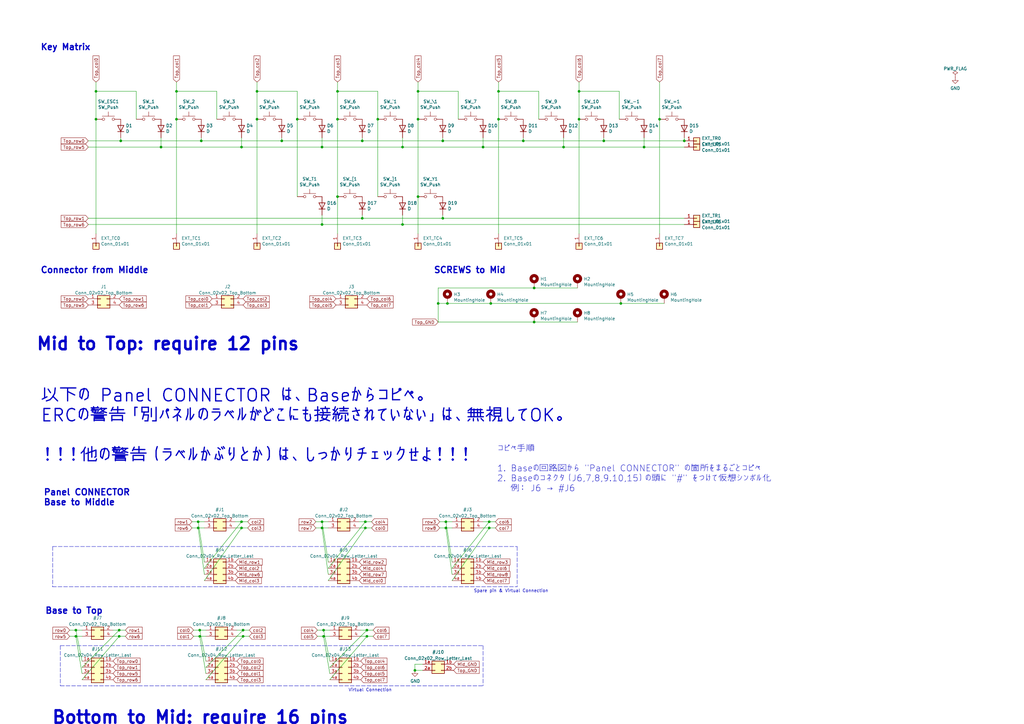
<source format=kicad_sch>
(kicad_sch (version 20211123) (generator eeschema)
  (paper "A3")
  (title_block (title "Sandy") (date "2023-01-04") (rev "v.0") (company "@jpskenn"))
  (lib_symbols
    (symbol "Connector_Generic:Conn_01x01" (pin_names (offset 1.016) hide)
      (property "Reference" "J" (at 0 2.54 0))
      (property "Value" "Conn_01x01" (at 0 -2.54 0))
      (symbol "Conn_01x01_1_1"
        (rectangle (start -1.27 0.127) (end 0 -0.127) (stroke (width 0.1524)))
        (rectangle (start -1.27 1.27) (end 1.27 -1.27) (stroke (width 0.254)) (fill (type background)))
        (pin passive line (at -5.08 0 0) (length 3.81) (name "Pin_1") (number "1"))
      )
    )
    (symbol "Connector_Generic:Conn_02x02_Odd_Even" (pin_names (offset 1.016) hide)
      (property "Reference" "J" (at 1.27 2.54 0))
      (property "Value" "Conn_02x02_Odd_Even" (at 1.27 -5.08 0))
      (symbol "Conn_02x02_Odd_Even_1_1"
        (rectangle (start -1.27 -2.413) (end 0 -2.667) (stroke (width 0.1524)))
        (rectangle (start -1.27 0.127) (end 0 -0.127) (stroke (width 0.1524)))
        (rectangle (start -1.27 1.27) (end 3.81 -3.81) (stroke (width 0.254)) (fill (type background)))
        (rectangle (start 3.81 -2.413) (end 2.54 -2.667) (stroke (width 0.1524)))
        (rectangle (start 3.81 0.127) (end 2.54 -0.127) (stroke (width 0.1524)))
        (pin passive line (at -5.08 0 0) (length 3.81) (name "Pin_1") (number "1"))
        (pin passive line (at 7.62 0 180) (length 3.81) (name "Pin_2") (number "2"))
        (pin passive line (at -5.08 -2.54 0) (length 3.81) (name "Pin_3") (number "3"))
        (pin passive line (at 7.62 -2.54 180) (length 3.81) (name "Pin_4") (number "4"))
      )
    )
    (symbol "Connector_Generic:Conn_02x02_Row_Letter_Last" (pin_names (offset 1.016) hide)
      (property "Reference" "J" (at 1.27 2.54 0))
      (property "Value" "Conn_02x02_Row_Letter_Last" (at 1.27 -5.08 0))
      (symbol "Conn_02x02_Row_Letter_Last_1_1"
        (rectangle (start -1.27 -2.413) (end 0 -2.667) (stroke (width 0.1524)))
        (rectangle (start -1.27 0.127) (end 0 -0.127) (stroke (width 0.1524)))
        (rectangle (start -1.27 1.27) (end 3.81 -3.81) (stroke (width 0.254)) (fill (type background)))
        (rectangle (start 3.81 -2.413) (end 2.54 -2.667) (stroke (width 0.1524)))
        (rectangle (start 3.81 0.127) (end 2.54 -0.127) (stroke (width 0.1524)))
        (pin passive line (at -5.08 0 0) (length 3.81) (name "Pin_1a") (number "1a"))
        (pin passive line (at 7.62 0 180) (length 3.81) (name "Pin_1b") (number "1b"))
        (pin passive line (at -5.08 -2.54 0) (length 3.81) (name "Pin_2a") (number "2a"))
        (pin passive line (at 7.62 -2.54 180) (length 3.81) (name "Pin_2b") (number "2b"))
      )
    )
    (symbol "Connector_Generic:Conn_02x04_Row_Letter_Last" (pin_names (offset 1.016) hide)
      (property "Reference" "J" (at 1.27 5.08 0))
      (property "Value" "Conn_02x04_Row_Letter_Last" (at 1.27 -7.62 0))
      (symbol "Conn_02x04_Row_Letter_Last_1_1"
        (rectangle (start -1.27 -4.953) (end 0 -5.207) (stroke (width 0.1524)))
        (rectangle (start -1.27 -2.413) (end 0 -2.667) (stroke (width 0.1524)))
        (rectangle (start -1.27 0.127) (end 0 -0.127) (stroke (width 0.1524)))
        (rectangle (start -1.27 2.667) (end 0 2.413) (stroke (width 0.1524)))
        (rectangle (start -1.27 3.81) (end 3.81 -6.35) (stroke (width 0.254)) (fill (type background)))
        (rectangle (start 3.81 -4.953) (end 2.54 -5.207) (stroke (width 0.1524)))
        (rectangle (start 3.81 -2.413) (end 2.54 -2.667) (stroke (width 0.1524)))
        (rectangle (start 3.81 0.127) (end 2.54 -0.127) (stroke (width 0.1524)))
        (rectangle (start 3.81 2.667) (end 2.54 2.413) (stroke (width 0.1524)))
        (pin passive line (at -5.08 2.54 0) (length 3.81) (name "Pin_1a") (number "1a"))
        (pin passive line (at 7.62 2.54 180) (length 3.81) (name "Pin_1b") (number "1b"))
        (pin passive line (at -5.08 0 0) (length 3.81) (name "Pin_2a") (number "2a"))
        (pin passive line (at 7.62 0 180) (length 3.81) (name "Pin_2b") (number "2b"))
        (pin passive line (at -5.08 -2.54 0) (length 3.81) (name "Pin_3a") (number "3a"))
        (pin passive line (at 7.62 -2.54 180) (length 3.81) (name "Pin_3b") (number "3b"))
        (pin passive line (at -5.08 -5.08 0) (length 3.81) (name "Pin_4a") (number "4a"))
        (pin passive line (at 7.62 -5.08 180) (length 3.81) (name "Pin_4b") (number "4b"))
      )
    )
    (symbol "Device:D" (pin_numbers hide) (pin_names (offset 1.016) hide)
      (property "Reference" "D" (at 0 2.54 0))
      (property "Value" "D" (at 0 -2.54 0))
      (symbol "D_0_1"
        (polyline (pts (xy -1.27 1.27) (xy -1.27 -1.27)) (stroke (width 0.254)))
        (polyline (pts (xy 1.27 0) (xy -1.27 0)))
        (polyline (pts (xy 1.27 1.27) (xy 1.27 -1.27) (xy -1.27 0) (xy 1.27 1.27)) (stroke (width 0.254)))
      )
      (symbol "D_1_1"
        (pin passive line (at -3.81 0 0) (length 2.54) (name "K") (number "1"))
        (pin passive line (at 3.81 0 180) (length 2.54) (name "A") (number "2"))
      )
    )
    (symbol "Mechanical:MountingHole_Pad" (pin_numbers hide) (pin_names (offset 1.016) hide)
      (property "Reference" "H" (at 0 6.35 0))
      (property "Value" "MountingHole_Pad" (at 0 4.445 0))
      (symbol "MountingHole_Pad_0_1"
        (circle (center 0 1.27) (radius 1.27) (stroke (width 1.27)))
      )
      (symbol "MountingHole_Pad_1_1"
        (pin input line (at 0 -2.54 90) (length 2.54) (name "1") (number "1"))
      )
    )
    (symbol "Switch:SW_Push" (pin_numbers hide) (pin_names (offset 1.016) hide)
      (property "Reference" "SW" (at 1.27 2.54 0))
      (property "Value" "SW_Push" (at 0 -1.524 0))
      (symbol "SW_Push_0_1"
        (circle (center -2.032 0) (radius 0.508))
        (polyline (pts (xy 0 1.27) (xy 0 3.048)))
        (polyline (pts (xy 2.54 1.27) (xy -2.54 1.27)))
        (circle (center 2.032 0) (radius 0.508))
        (pin passive line (at -5.08 0 0) (length 2.54) (name "1") (number "1"))
        (pin passive line (at 5.08 0 180) (length 2.54) (name "2") (number "2"))
      )
    )
    (symbol "power:GND" (power) (pin_names (offset 0))
      (property "Value" "GND" (at 0 -3.81 0))
      (symbol "GND_0_1"
        (polyline (pts (xy 0 0) (xy 0 -1.27) (xy 1.27 -1.27) (xy 0 -2.54) (xy -1.27 -1.27) (xy 0 -1.27)))
      )
      (symbol "GND_1_1"
        (pin power_in line (at 0 0 270) (length 0) hide (name "GND") (number "1"))
      )
    )
    (symbol "power:PWR_FLAG" (power) (pin_numbers hide) (pin_names (offset 0) hide)
      (property "Value" "PWR_FLAG" (at 0 3.81 0))
      (symbol "PWR_FLAG_0_0"
        (pin power_out line (at 0 0 90) (length 0) (name "pwr") (number "1"))
      )
      (symbol "PWR_FLAG_0_1"
        (polyline (pts (xy 0 0) (xy 0 1.27) (xy -1.016 1.905) (xy 0 2.54) (xy 1.016 1.905) (xy 0 1.27)))
      )
    )
  )
  (bus_alias "def-a" (members "row0" "row5" "col0" "col1"))
  (junction (at 148.59 89.535))
  (junction (at 82.55 57.785))
  (junction (at 165.1 92.075))
  (junction (at 81.28 216.535))
  (junction (at 171.45 48.895))
  (junction (at 231.14 60.325))
  (junction (at 99.06 60.325))
  (junction (at 105.41 48.895))
  (junction (at 219.075 118.11))
  (junction (at 31.115 260.985))
  (junction (at 49.53 57.785))
  (junction (at 39.37 37.465))
  (junction (at 31.115 258.445))
  (junction (at 81.915 260.985))
  (junction (at 81.915 258.445))
  (junction (at 214.63 57.785))
  (junction (at 171.45 80.645))
  (junction (at 138.43 37.465))
  (junction (at 254.635 124.46))
  (junction (at 200.66 216.535))
  (junction (at 148.59 57.785))
  (junction (at 165.1 60.325))
  (junction (at 132.08 92.075))
  (junction (at 204.47 37.465))
  (junction (at 181.61 57.785))
  (junction (at 66.04 60.325))
  (junction (at 72.39 48.895))
  (junction (at 204.47 48.895))
  (junction (at 105.41 37.465))
  (junction (at 149.86 216.535))
  (junction (at 219.075 132.08))
  (junction (at 48.895 260.985))
  (junction (at 181.61 89.535))
  (junction (at 138.43 48.895))
  (junction (at 183.515 124.46))
  (junction (at 237.49 48.895))
  (junction (at 154.94 48.895))
  (junction (at 132.08 60.325))
  (junction (at 99.695 258.445))
  (junction (at 150.495 260.985))
  (junction (at 182.88 216.535))
  (junction (at 39.37 48.895))
  (junction (at 170.18 274.955))
  (junction (at 247.65 57.785))
  (junction (at 179.705 124.46))
  (junction (at 149.86 213.995))
  (junction (at 99.06 213.995))
  (junction (at 280.67 57.785))
  (junction (at 201.295 124.46))
  (junction (at 264.16 60.325))
  (junction (at 270.51 48.895))
  (junction (at 198.12 60.325))
  (junction (at 99.695 260.985))
  (junction (at 132.08 213.995))
  (junction (at 237.49 37.465))
  (junction (at 72.39 37.465))
  (junction (at 132.08 216.535))
  (junction (at 171.45 37.465))
  (junction (at 99.06 216.535))
  (junction (at 115.57 57.785))
  (junction (at 132.715 258.445))
  (junction (at 48.895 258.445))
  (junction (at 150.495 258.445))
  (junction (at 81.28 213.995))
  (junction (at 132.715 260.985))
  (junction (at 182.88 213.995))
  (junction (at 138.43 80.645))
  (junction (at 121.92 48.895))
  (junction (at 200.66 213.995))
  (wire (pts (xy 132.08 216.535) (xy 134.62 216.535)))
  (wire (pts (xy 132.08 92.075) (xy 165.1 92.075)))
  (polyline (pts (xy 21.59 224.155) (xy 212.09 224.155)))
  (wire (pts (xy 134.62 233.045) (xy 149.86 213.995)))
  (wire (pts (xy 147.32 216.535) (xy 149.86 216.535)))
  (wire (pts (xy 185.42 233.045) (xy 200.66 213.995)))
  (wire (pts (xy 84.455 276.225) (xy 81.915 260.985)))
  (wire (pts (xy 33.655 278.765) (xy 48.895 260.985)))
  (wire (pts (xy 231.14 56.515) (xy 231.14 60.325)))
  (wire (pts (xy 237.49 37.465) (xy 237.49 48.895)))
  (wire (pts (xy 82.55 57.785) (xy 115.57 57.785)))
  (wire (pts (xy 201.295 124.46) (xy 183.515 124.46)))
  (wire (pts (xy 247.65 56.515) (xy 247.65 57.785)))
  (wire (pts (xy 135.255 271.145) (xy 132.715 258.445)))
  (wire (pts (xy 149.86 213.995) (xy 152.4 213.995)))
  (wire (pts (xy 99.06 213.995) (xy 101.6 213.995)))
  (wire (pts (xy 84.455 271.145) (xy 81.915 258.445)))
  (wire (pts (xy 83.82 230.505) (xy 81.28 213.995)))
  (wire (pts (xy 129.54 216.535) (xy 132.08 216.535)))
  (wire (pts (xy 198.12 56.515) (xy 198.12 60.325)))
  (wire (pts (xy 270.51 33.655) (xy 270.51 48.895)))
  (wire (pts (xy 132.08 60.325) (xy 165.1 60.325)))
  (wire (pts (xy 83.82 233.045) (xy 99.06 213.995)))
  (wire (pts (xy 99.06 56.515) (xy 99.06 60.325)))
  (wire (pts (xy 99.06 60.325) (xy 132.08 60.325)))
  (wire (pts (xy 272.415 124.46) (xy 254.635 124.46)))
  (wire (pts (xy 148.59 89.535) (xy 181.61 89.535)))
  (wire (pts (xy 254.635 124.46) (xy 201.295 124.46)))
  (wire (pts (xy 33.655 273.685) (xy 48.895 258.445)))
  (wire (pts (xy 147.32 213.995) (xy 149.86 213.995)))
  (wire (pts (xy 183.515 124.46) (xy 179.705 124.46)))
  (wire (pts (xy 180.34 216.535) (xy 182.88 216.535)))
  (polyline (pts (xy 198.12 264.795) (xy 198.12 281.305)))
  (wire (pts (xy 149.86 216.535) (xy 152.4 216.535)))
  (wire (pts (xy 171.45 33.655) (xy 171.45 37.465)))
  (wire (pts (xy 132.08 213.995) (xy 134.62 213.995)))
  (wire (pts (xy 254 37.465) (xy 237.49 37.465)))
  (wire (pts (xy 219.075 118.11) (xy 179.705 118.11)))
  (wire (pts (xy 148.59 88.265) (xy 148.59 89.535)))
  (wire (pts (xy 132.715 258.445) (xy 135.255 258.445)))
  (wire (pts (xy 81.28 213.995) (xy 83.82 213.995)))
  (polyline (pts (xy 24.765 281.305) (xy 198.12 281.305)))
  (wire (pts (xy 153.035 260.985) (xy 150.495 260.985)))
  (wire (pts (xy 55.88 37.465) (xy 55.88 48.895)))
  (wire (pts (xy 220.98 37.465) (xy 220.98 48.895)))
  (wire (pts (xy 99.695 260.985) (xy 97.155 260.985)))
  (wire (pts (xy 204.47 37.465) (xy 204.47 48.895)))
  (wire (pts (xy 72.39 33.655) (xy 72.39 37.465)))
  (wire (pts (xy 121.92 37.465) (xy 121.92 48.895)))
  (wire (pts (xy 83.82 235.585) (xy 81.28 216.535)))
  (wire (pts (xy 187.96 37.465) (xy 187.96 48.895)))
  (wire (pts (xy 79.375 260.985) (xy 81.915 260.985)))
  (wire (pts (xy 36.195 89.535) (xy 148.59 89.535)))
  (wire (pts (xy 138.43 48.895) (xy 138.43 80.645)))
  (wire (pts (xy 135.255 276.225) (xy 132.715 260.985)))
  (wire (pts (xy 48.895 260.985) (xy 46.355 260.985)))
  (wire (pts (xy 36.195 60.325) (xy 66.04 60.325)))
  (wire (pts (xy 154.94 37.465) (xy 154.94 48.895)))
  (wire (pts (xy 99.06 216.535) (xy 101.6 216.535)))
  (wire (pts (xy 181.61 88.265) (xy 181.61 89.535)))
  (wire (pts (xy 150.495 260.985) (xy 147.955 260.985)))
  (wire (pts (xy 165.1 92.075) (xy 280.67 92.075)))
  (wire (pts (xy 237.49 33.655) (xy 237.49 37.465)))
  (wire (pts (xy 36.195 92.075) (xy 132.08 92.075)))
  (wire (pts (xy 171.45 80.645) (xy 171.45 95.885)))
  (wire (pts (xy 39.37 37.465) (xy 55.88 37.465)))
  (wire (pts (xy 180.34 213.995) (xy 182.88 213.995)))
  (wire (pts (xy 138.43 33.655) (xy 138.43 37.465)))
  (wire (pts (xy 150.495 258.445) (xy 153.035 258.445)))
  (wire (pts (xy 115.57 56.515) (xy 115.57 57.785)))
  (wire (pts (xy 78.74 216.535) (xy 81.28 216.535)))
  (wire (pts (xy 138.43 37.465) (xy 138.43 48.895)))
  (wire (pts (xy 181.61 89.535) (xy 280.67 89.535)))
  (wire (pts (xy 83.82 238.125) (xy 99.06 216.535)))
  (wire (pts (xy 49.53 57.785) (xy 82.55 57.785)))
  (wire (pts (xy 31.115 260.985) (xy 33.655 260.985)))
  (wire (pts (xy 51.435 260.985) (xy 48.895 260.985)))
  (wire (pts (xy 96.52 213.995) (xy 99.06 213.995)))
  (polyline (pts (xy 21.59 224.155) (xy 21.59 240.665)))
  (wire (pts (xy 134.62 235.585) (xy 132.08 216.535)))
  (wire (pts (xy 121.92 48.895) (xy 121.92 80.645)))
  (wire (pts (xy 72.39 48.895) (xy 72.39 95.885)))
  (wire (pts (xy 129.54 213.995) (xy 132.08 213.995)))
  (wire (pts (xy 66.04 60.325) (xy 99.06 60.325)))
  (wire (pts (xy 135.255 273.685) (xy 150.495 258.445)))
  (wire (pts (xy 187.96 37.465) (xy 171.45 37.465)))
  (wire (pts (xy 72.39 37.465) (xy 72.39 48.895)))
  (wire (pts (xy 132.715 260.985) (xy 135.255 260.985)))
  (wire (pts (xy 46.355 258.445) (xy 48.895 258.445)))
  (wire (pts (xy 28.575 258.445) (xy 31.115 258.445)))
  (wire (pts (xy 254 37.465) (xy 254 48.895)))
  (wire (pts (xy 181.61 57.785) (xy 181.61 56.515)))
  (wire (pts (xy 39.37 48.895) (xy 39.37 95.885)))
  (wire (pts (xy 181.61 57.785) (xy 214.63 57.785)))
  (wire (pts (xy 171.45 48.895) (xy 171.45 80.645)))
  (polyline (pts (xy 21.4807 240.665) (xy 212.09 240.665)))
  (wire (pts (xy 200.66 213.995) (xy 203.2 213.995)))
  (wire (pts (xy 182.88 216.535) (xy 185.42 216.535)))
  (wire (pts (xy 236.855 132.08) (xy 219.075 132.08)))
  (wire (pts (xy 66.04 56.515) (xy 66.04 60.325)))
  (wire (pts (xy 165.1 88.265) (xy 165.1 92.075)))
  (wire (pts (xy 84.455 273.685) (xy 99.695 258.445)))
  (wire (pts (xy 214.63 57.785) (xy 247.65 57.785)))
  (wire (pts (xy 270.51 48.895) (xy 270.51 95.885)))
  (wire (pts (xy 130.175 258.445) (xy 132.715 258.445)))
  (wire (pts (xy 31.115 258.445) (xy 33.655 258.445)))
  (wire (pts (xy 185.42 230.505) (xy 182.88 213.995)))
  (wire (pts (xy 198.12 213.995) (xy 200.66 213.995)))
  (polyline (pts (xy 24.765 264.795) (xy 24.765 281.305)))
  (wire (pts (xy 237.49 48.895) (xy 237.49 95.885)))
  (wire (pts (xy 204.47 33.655) (xy 204.47 37.465)))
  (wire (pts (xy 247.65 57.785) (xy 280.67 57.785)))
  (wire (pts (xy 236.855 118.11) (xy 219.075 118.11)))
  (wire (pts (xy 280.67 56.515) (xy 280.67 57.785)))
  (wire (pts (xy 81.915 258.445) (xy 84.455 258.445)))
  (wire (pts (xy 214.63 56.515) (xy 214.63 57.785)))
  (wire (pts (xy 154.94 48.895) (xy 154.94 80.645)))
  (wire (pts (xy 171.45 37.465) (xy 171.45 48.895)))
  (wire (pts (xy 154.94 37.465) (xy 138.43 37.465)))
  (wire (pts (xy 132.08 56.515) (xy 132.08 60.325)))
  (wire (pts (xy 134.62 230.505) (xy 132.08 213.995)))
  (wire (pts (xy 138.43 80.645) (xy 138.43 95.885)))
  (wire (pts (xy 135.255 278.765) (xy 150.495 260.985)))
  (wire (pts (xy 185.42 238.125) (xy 200.66 216.535)))
  (wire (pts (xy 280.67 60.325) (xy 264.16 60.325)))
  (wire (pts (xy 39.37 33.655) (xy 39.37 37.465)))
  (wire (pts (xy 185.42 235.585) (xy 182.88 216.535)))
  (wire (pts (xy 33.655 271.145) (xy 31.115 258.445)))
  (wire (pts (xy 115.57 57.785) (xy 148.59 57.785)))
  (wire (pts (xy 182.88 213.995) (xy 185.42 213.995)))
  (wire (pts (xy 165.1 56.515) (xy 165.1 60.325)))
  (wire (pts (xy 179.705 124.46) (xy 179.705 132.08)))
  (wire (pts (xy 79.375 258.445) (xy 81.915 258.445)))
  (wire (pts (xy 96.52 216.535) (xy 99.06 216.535)))
  (wire (pts (xy 48.895 258.445) (xy 51.435 258.445)))
  (wire (pts (xy 173.355 272.415) (xy 170.18 272.415)))
  (wire (pts (xy 99.695 258.445) (xy 102.235 258.445)))
  (wire (pts (xy 219.075 132.08) (xy 179.705 132.08)))
  (wire (pts (xy 220.98 37.465) (xy 204.47 37.465)))
  (wire (pts (xy 130.175 260.985) (xy 132.715 260.985)))
  (wire (pts (xy 97.155 258.445) (xy 99.695 258.445)))
  (wire (pts (xy 88.9 37.465) (xy 88.9 48.895)))
  (wire (pts (xy 173.355 274.955) (xy 170.18 274.955)))
  (wire (pts (xy 105.41 37.465) (xy 105.41 48.895)))
  (wire (pts (xy 105.41 33.655) (xy 105.41 37.465)))
  (wire (pts (xy 198.12 60.325) (xy 231.14 60.325)))
  (wire (pts (xy 148.59 57.785) (xy 181.61 57.785)))
  (wire (pts (xy 102.235 260.985) (xy 99.695 260.985)))
  (wire (pts (xy 78.74 213.995) (xy 81.28 213.995)))
  (wire (pts (xy 179.705 118.11) (xy 179.705 124.46)))
  (wire (pts (xy 231.14 60.325) (xy 264.16 60.325)))
  (wire (pts (xy 36.195 57.785) (xy 49.53 57.785)))
  (wire (pts (xy 165.1 60.325) (xy 198.12 60.325)))
  (wire (pts (xy 132.08 88.265) (xy 132.08 92.075)))
  (wire (pts (xy 148.59 56.515) (xy 148.59 57.785)))
  (wire (pts (xy 84.455 278.765) (xy 99.695 260.985)))
  (wire (pts (xy 39.37 37.465) (xy 39.37 48.895)))
  (wire (pts (xy 134.62 238.125) (xy 149.86 216.535)))
  (wire (pts (xy 82.55 56.515) (xy 82.55 57.785)))
  (polyline (pts (xy 212.09 224.155) (xy 212.09 240.665)))
  (wire (pts (xy 170.18 272.415) (xy 170.18 274.955)))
  (wire (pts (xy 105.41 48.895) (xy 105.41 95.885)))
  (wire (pts (xy 121.92 37.465) (xy 105.41 37.465)))
  (wire (pts (xy 33.655 276.225) (xy 31.115 260.985)))
  (wire (pts (xy 264.16 56.515) (xy 264.16 60.325)))
  (wire (pts (xy 28.575 260.985) (xy 31.115 260.985)))
  (wire (pts (xy 204.47 48.895) (xy 204.47 95.885)))
  (wire (pts (xy 49.53 56.515) (xy 49.53 57.785)))
  (wire (pts (xy 198.12 216.535) (xy 200.66 216.535)))
  (wire (pts (xy 147.955 258.445) (xy 150.495 258.445)))
  (wire (pts (xy 88.9 37.465) (xy 72.39 37.465)))
  (wire (pts (xy 200.66 216.535) (xy 203.2 216.535)))
  (polyline (pts (xy 24.765 264.795) (xy 198.12 264.795)))
  (wire (pts (xy 81.28 216.535) (xy 83.82 216.535)))
  (wire (pts (xy 81.915 260.985) (xy 84.455 260.985)))
  (text "Mid to Top: require 12 pins" (at 14.605 144.145 0) (effects (font (size 5.08 5.08) (thickness 1.016) bold) (justify left bottom)))
  (text "Connector from Middle" (at 16.51 112.395 0) (effects (font (size 2.54 2.54) (thickness 0.508) bold) (justify left bottom)))
  (text "Virtual Connection" (at 142.875 283.845 0) (effects (font (size 1.27 1.27)) (justify left bottom)))
  (text "Spare pin & Virtual Connection" (at 194.31 243.205 0) (effects (font (size 1.27 1.27)) (justify left bottom)))
  (text "SCREWS to Mid" (at 177.8 112.395 0) (effects (font (size 2.54 2.54) (thickness 0.508) bold) (justify left bottom)))
  (text "Bottom to Mid: require 16 pins\n\nMid to Top: require 12 pins" (at 20.955 313.69 0) (effects (font (size 5.08 5.08) (thickness 1.016) bold) (justify left bottom)))
  (text "Panel CONNECTOR\nBase to Middle" (at 17.78 207.645 0) (effects (font (size 2.54 2.54) (thickness 0.508) bold) (justify left bottom)))
  (text "以下の Panel CONNECTOR は、Baseからコピペ。\nERCの警告「別パネルのラベルがどこにも接続されていない」は、無視してOK。\n\n！！！他の警告（ラベルかぶりとか）は、しっかりチェックせよ！！！" (at 16.51 189.865 0) (effects (font (size 5.08 5.08) (thickness 0.508) bold) (justify left bottom)))
  (text "Base to Top" (at 18.415 252.095 0) (effects (font (size 2.54 2.54) (thickness 0.508) bold) (justify left bottom)))
  (text "コピペ手順\n\n1. Baseの回路図から \"Panel CONNECTOR\" の箇所をまるごとコピペ\n2. Baseのコネクタ（J6,7,8,9.10,15）の頭に \"#\" をつけて仮想シンボル化\n　　例： J6 → #J6" (at 203.835 201.93 0) (effects (font (size 2.54 2.54)) (justify left bottom)))
  (text "Key Matrix" (at 16.51 20.955 0) (effects (font (size 2.54 2.54) (thickness 0.508) bold) (justify left bottom)))
  (global_label "col2" (shape input) (at 101.6 213.995 0) (property "シート間のリファレンス" "${INTERSHEET_REFS}" (effects hide)))
  (global_label "Top_col3" (shape input) (at 99.695 125.095 0) (property "シート間のリファレンス" "${INTERSHEET_REFS}" (effects hide)))
  (global_label "Mid_row3" (shape input) (at 198.12 230.505 0) (property "シート間のリファレンス" "${INTERSHEET_REFS}" (effects hide)))
  (global_label "Mid_row6" (shape input) (at 96.52 235.585 0) (property "シート間のリファレンス" "${INTERSHEET_REFS}" (effects hide)))
  (global_label "Mid_col0" (shape input) (at 147.32 238.125 0) (property "シート間のリファレンス" "${INTERSHEET_REFS}" (effects hide)))
  (global_label "Top_col5" (shape input) (at 137.795 125.095 180) (property "シート間のリファレンス" "${INTERSHEET_REFS}" (effects hide)))
  (global_label "Mid_col4" (shape input) (at 147.32 233.045 0) (property "シート間のリファレンス" "${INTERSHEET_REFS}" (effects hide)))
  (global_label "col0" (shape input) (at 152.4 216.535 0) (property "シート間のリファレンス" "${INTERSHEET_REFS}" (effects hide)))
  (global_label "Top_row5" (shape input) (at 36.195 60.325 180) (property "シート間のリファレンス" "${INTERSHEET_REFS}" (effects hide)))
  (global_label "col7" (shape input) (at 203.2 216.535 0) (property "シート間のリファレンス" "${INTERSHEET_REFS}" (effects hide)))
  (global_label "Top_col2" (shape input) (at 99.695 122.555 0) (property "シート間のリファレンス" "${INTERSHEET_REFS}" (effects hide)))
  (global_label "Top_col0" (shape input) (at 86.995 122.555 180) (property "シート間のリファレンス" "${INTERSHEET_REFS}" (effects hide)))
  (global_label "Mid_col3" (shape input) (at 96.52 238.125 0) (property "シート間のリファレンス" "${INTERSHEET_REFS}" (effects hide)))
  (global_label "Top_row0" (shape input) (at 46.355 271.145 0) (property "シート間のリファレンス" "${INTERSHEET_REFS}" (effects hide)))
  (global_label "Mid_GND" (shape input) (at 186.055 272.415 0) (property "シート間のリファレンス" "${INTERSHEET_REFS}" (effects hide)))
  (global_label "col2" (shape input) (at 102.235 258.445 0) (property "シート間のリファレンス" "${INTERSHEET_REFS}" (effects hide)))
  (global_label "Top_col7" (shape input) (at 150.495 125.095 0) (property "シート間のリファレンス" "${INTERSHEET_REFS}" (effects hide)))
  (global_label "row1" (shape input) (at 78.74 213.995 180) (property "シート間のリファレンス" "${INTERSHEET_REFS}" (effects hide)))
  (global_label "Top_row6" (shape input) (at 48.895 125.095 0) (property "シート間のリファレンス" "${INTERSHEET_REFS}" (effects hide)))
  (global_label "row0" (shape input) (at 28.575 258.445 180) (property "シート間のリファレンス" "${INTERSHEET_REFS}" (effects hide)))
  (global_label "Top_col3" (shape input) (at 97.155 278.765 0) (property "シート間のリファレンス" "${INTERSHEET_REFS}" (effects hide)))
  (global_label "Top_col4" (shape input) (at 171.45 33.655 90) (property "シート間のリファレンス" "${INTERSHEET_REFS}" (effects hide)))
  (global_label "Top_row1" (shape input) (at 48.895 122.555 0) (property "シート間のリファレンス" "${INTERSHEET_REFS}" (effects hide)))
  (global_label "Top_col1" (shape input) (at 86.995 125.095 180) (property "シート間のリファレンス" "${INTERSHEET_REFS}" (effects hide)))
  (global_label "Mid_row2" (shape input) (at 147.32 230.505 0) (property "シート間のリファレンス" "${INTERSHEET_REFS}" (effects hide)))
  (global_label "Mid_row8" (shape input) (at 198.12 235.585 0) (property "シート間のリファレンス" "${INTERSHEET_REFS}" (effects hide)))
  (global_label "col4" (shape input) (at 130.175 258.445 180) (property "シート間のリファレンス" "${INTERSHEET_REFS}" (effects hide)))
  (global_label "Top_col1" (shape input) (at 72.39 33.655 90) (property "シート間のリファレンス" "${INTERSHEET_REFS}" (effects hide)))
  (global_label "Mid_col2" (shape input) (at 96.52 233.045 0) (property "シート間のリファレンス" "${INTERSHEET_REFS}" (effects hide)))
  (global_label "row5" (shape input) (at 28.575 260.985 180) (property "シート間のリファレンス" "${INTERSHEET_REFS}" (effects hide)))
  (global_label "Top_col0" (shape input) (at 39.37 33.655 90) (property "シート間のリファレンス" "${INTERSHEET_REFS}" (effects hide)))
  (global_label "Top_row0" (shape input) (at 36.195 57.785 180) (property "シート間のリファレンス" "${INTERSHEET_REFS}" (effects hide)))
  (global_label "col4" (shape input) (at 152.4 213.995 0) (property "シート間のリファレンス" "${INTERSHEET_REFS}" (effects hide)))
  (global_label "Top_col2" (shape input) (at 105.41 33.655 90) (property "シート間のリファレンス" "${INTERSHEET_REFS}" (effects hide)))
  (global_label "Top_col2" (shape input) (at 97.155 273.685 0) (property "シート間のリファレンス" "${INTERSHEET_REFS}" (effects hide)))
  (global_label "Mid_row7" (shape input) (at 147.32 235.585 0) (property "シート間のリファレンス" "${INTERSHEET_REFS}" (effects hide)))
  (global_label "col3" (shape input) (at 102.235 260.985 0) (property "シート間のリファレンス" "${INTERSHEET_REFS}" (effects hide)))
  (global_label "Top_col4" (shape input) (at 147.955 271.145 0) (property "シート間のリファレンス" "${INTERSHEET_REFS}" (effects hide)))
  (global_label "Top_col7" (shape input) (at 270.51 33.655 90) (property "シート間のリファレンス" "${INTERSHEET_REFS}" (effects hide)))
  (global_label "row8" (shape input) (at 180.34 216.535 180) (property "シート間のリファレンス" "${INTERSHEET_REFS}" (effects hide)))
  (global_label "Top_row0" (shape input) (at 36.195 122.555 180) (property "シート間のリファレンス" "${INTERSHEET_REFS}" (effects hide)))
  (global_label "Top_col6" (shape input) (at 237.49 33.655 90) (property "シート間のリファレンス" "${INTERSHEET_REFS}" (effects hide)))
  (global_label "Top_row6" (shape input) (at 36.195 92.075 180) (property "シート間のリファレンス" "${INTERSHEET_REFS}" (effects hide)))
  (global_label "Top_col5" (shape input) (at 147.955 276.225 0) (property "シート間のリファレンス" "${INTERSHEET_REFS}" (effects hide)))
  (global_label "col7" (shape input) (at 153.035 260.985 0) (property "シート間のリファレンス" "${INTERSHEET_REFS}" (effects hide)))
  (global_label "col0" (shape input) (at 79.375 258.445 180) (property "シート間のリファレンス" "${INTERSHEET_REFS}" (effects hide)))
  (global_label "Top_row5" (shape input) (at 36.195 125.095 180) (property "シート間のリファレンス" "${INTERSHEET_REFS}" (effects hide)))
  (global_label "Top_col5" (shape input) (at 204.47 33.655 90) (property "シート間のリファレンス" "${INTERSHEET_REFS}" (effects hide)))
  (global_label "Top_col6" (shape input) (at 147.955 273.685 0) (property "シート間のリファレンス" "${INTERSHEET_REFS}" (effects hide)))
  (global_label "Top_row1" (shape input) (at 46.355 273.685 0) (property "シート間のリファレンス" "${INTERSHEET_REFS}" (effects hide)))
  (global_label "col3" (shape input) (at 101.6 216.535 0) (property "シート間のリファレンス" "${INTERSHEET_REFS}" (effects hide)))
  (global_label "row6" (shape input) (at 51.435 260.985 0) (property "シート間のリファレンス" "${INTERSHEET_REFS}" (effects hide)))
  (global_label "col1" (shape input) (at 79.375 260.985 180) (property "シート間のリファレンス" "${INTERSHEET_REFS}" (effects hide)))
  (global_label "row2" (shape input) (at 129.54 213.995 180) (property "シート間のリファレンス" "${INTERSHEET_REFS}" (effects hide)))
  (global_label "Mid_row1" (shape input) (at 96.52 230.505 0) (property "シート間のリファレンス" "${INTERSHEET_REFS}" (effects hide)))
  (global_label "Top_col1" (shape input) (at 97.155 276.225 0) (property "シート間のリファレンス" "${INTERSHEET_REFS}" (effects hide)))
  (global_label "row3" (shape input) (at 180.34 213.995 180) (property "シート間のリファレンス" "${INTERSHEET_REFS}" (effects hide)))
  (global_label "Top_col6" (shape input) (at 150.495 122.555 0) (property "シート間のリファレンス" "${INTERSHEET_REFS}" (effects hide)))
  (global_label "Top_col7" (shape input) (at 147.955 278.765 0) (property "シート間のリファレンス" "${INTERSHEET_REFS}" (effects hide)))
  (global_label "row7" (shape input) (at 129.54 216.535 180) (property "シート間のリファレンス" "${INTERSHEET_REFS}" (effects hide)))
  (global_label "Mid_col6" (shape input) (at 198.12 233.045 0) (property "シート間のリファレンス" "${INTERSHEET_REFS}" (effects hide)))
  (global_label "col6" (shape input) (at 203.2 213.995 0) (property "シート間のリファレンス" "${INTERSHEET_REFS}" (effects hide)))
  (global_label "Top_row5" (shape input) (at 46.355 276.225 0) (property "シート間のリファレンス" "${INTERSHEET_REFS}" (effects hide)))
  (global_label "row6" (shape input) (at 78.74 216.535 180) (property "シート間のリファレンス" "${INTERSHEET_REFS}" (effects hide)))
  (global_label "col5" (shape input) (at 130.175 260.985 180) (property "シート間のリファレンス" "${INTERSHEET_REFS}" (effects hide)))
  (global_label "Top_row1" (shape input) (at 36.195 89.535 180) (property "シート間のリファレンス" "${INTERSHEET_REFS}" (effects hide)))
  (global_label "row1" (shape input) (at 51.435 258.445 0) (property "シート間のリファレンス" "${INTERSHEET_REFS}" (effects hide)))
  (global_label "Top_col4" (shape input) (at 137.795 122.555 180) (property "シート間のリファレンス" "${INTERSHEET_REFS}" (effects hide)))
  (global_label "col6" (shape input) (at 153.035 258.445 0) (property "シート間のリファレンス" "${INTERSHEET_REFS}" (effects hide)))
  (global_label "Top_GND" (shape input) (at 186.055 274.955 0) (property "シート間のリファレンス" "${INTERSHEET_REFS}" (effects hide)))
  (global_label "Top_col0" (shape input) (at 97.155 271.145 0) (property "シート間のリファレンス" "${INTERSHEET_REFS}" (effects hide)))
  (global_label "Top_row6" (shape input) (at 46.355 278.765 0) (property "シート間のリファレンス" "${INTERSHEET_REFS}" (effects hide)))
  (global_label "Top_GND" (shape input) (at 179.705 132.08 180) (property "シート間のリファレンス" "${INTERSHEET_REFS}" (effects hide)))
  (global_label "Top_col3" (shape input) (at 138.43 33.655 90) (property "シート間のリファレンス" "${INTERSHEET_REFS}" (effects hide)))
  (global_label "Mid_col7" (shape input) (at 198.12 238.125 0) (property "シート間のリファレンス" "${INTERSHEET_REFS}" (effects hide)))
  (symbol (lib_id "Mechanical:MountingHole_Pad") (at 254.635 121.92 0) (unit 1)
    (property "Reference" "H5" (at 257.175 120.7516 0) (effects (justify left)))
    (property "Value" "MountingHole" (at 257.175 123.063 0) (effects (justify left)))
    (property "Footprint" "locallib:MountingHole_2.2mm_M2_Pad_minimal" (effects hide))
  )
  (symbol (lib_id "Connector_Generic:Conn_02x02_Odd_Even") (at 139.7 213.995 0) (unit 1)
    (property "Reference" "#J2" (at 140.97 209.0252 0))
    (property "Value" "Conn_02x02_Top_Bottom" (at 140.97 211.5621 0))
    (property "Footprint" "locallib:JST_SH_SM04B-SRSS-TB_1x04-1MP_P1.00mm_Horizontal_wCable_housing_spare_pin" (effects hide))
  )
  (symbol (lib_id "Switch:SW_Push") (at 44.45 48.895 0) (unit 1)
    (property "Reference" "SW_ESC1" (at 44.45 41.656 0))
    (property "Value" "SW_Push" (at 44.45 43.9674 0))
    (property "Footprint" "MX_Alps_Hybrid:MXOnly-1U-NoLED" (effects hide))
  )
  (symbol (lib_id "Connector_Generic:Conn_01x01") (at 171.45 100.965 270) (unit 1)
    (property "Reference" "EXT_TC4" (at 173.482 97.7138 90) (effects (justify left)))
    (property "Value" "Conn_01x01" (at 173.482 100.0252 90) (effects (justify left)))
    (property "Footprint" "TestPoint:TestPoint_THTPad_D2.0mm_Drill1.0mm" (effects hide))
  )
  (symbol (lib_id "Connector_Generic:Conn_02x02_Row_Letter_Last") (at 178.435 272.415 0) (unit 1)
    (property "Reference" "#J10" (at 179.705 267.4452 0))
    (property "Value" "Conn_02x02_Row_Letter_Last" (at 179.705 269.9821 0))
  )
  (symbol (lib_id "Connector_Generic:Conn_02x02_Odd_Even") (at 190.5 213.995 0) (unit 1)
    (property "Reference" "#J3" (at 191.77 209.0252 0))
    (property "Value" "Conn_02x02_Top_Bottom" (at 191.77 211.5621 0))
    (property "Footprint" "locallib:JST_SH_SM04B-SRSS-TB_1x04-1MP_P1.00mm_Horizontal_wCable_housing_spare_pin" (effects hide))
  )
  (symbol (lib_id "Device:D") (at 165.1 52.705 90) (unit 1)
    (property "Reference" "D8" (at 167.132 51.5366 90) (effects (justify right)))
    (property "Value" "D" (at 167.132 53.848 90) (effects (justify right)))
    (property "Footprint" "locallib:D_SOD-123_Emphasized_Direction_Line" (effects hide))
    (property "LCSC" "C81598" (effects hide))
  )
  (symbol (lib_id "Connector_Generic:Conn_02x04_Row_Letter_Last") (at 190.5 233.045 0) (unit 1)
    (property "Reference" "#J6" (at 191.77 225.5352 0))
    (property "Value" "Conn_02x04_Row_Letter_Last" (at 191.77 228.0721 0))
  )
  (symbol (lib_id "Mechanical:MountingHole_Pad") (at 236.855 115.57 0) (unit 1)
    (property "Reference" "H2" (at 239.395 114.4016 0) (effects (justify left)))
    (property "Value" "MountingHole" (at 239.395 116.713 0) (effects (justify left)))
    (property "Footprint" "locallib:MountingHole_2.2mm_M2_Pad_minimal" (effects hide))
  )
  (symbol (lib_id "Device:D") (at 148.59 84.455 90) (unit 1)
    (property "Reference" "D17" (at 150.622 83.2866 90) (effects (justify right)))
    (property "Value" "D" (at 150.622 85.598 90) (effects (justify right)))
    (property "Footprint" "locallib:D_SOD-123_Emphasized_Direction_Line" (effects hide))
    (property "LCSC" "C81598" (effects hide))
  )
  (symbol (lib_id "Switch:SW_Push") (at 193.04 48.895 0) (unit 1)
    (property "Reference" "SW_7" (at 193.04 41.656 0))
    (property "Value" "SW_Push" (at 193.04 43.9674 0))
    (property "Footprint" "MX_Alps_Hybrid:MXOnly-1U-NoLED" (effects hide))
  )
  (symbol (lib_id "Mechanical:MountingHole_Pad") (at 183.515 121.92 0) (unit 1)
    (property "Reference" "H3" (at 186.055 120.7516 0) (effects (justify left)))
    (property "Value" "MountingHole" (at 186.055 123.063 0) (effects (justify left)))
    (property "Footprint" "locallib:MountingHole_2.2mm_M2_Pad_minimal" (effects hide))
  )
  (symbol (lib_id "Connector_Generic:Conn_02x04_Row_Letter_Last") (at 139.7 233.045 0) (unit 1)
    (property "Reference" "#J5" (at 140.97 225.5352 0))
    (property "Value" "Conn_02x04_Row_Letter_Last" (at 140.97 228.0721 0))
  )
  (symbol (lib_id "Switch:SW_Push") (at 77.47 48.895 0) (unit 1)
    (property "Reference" "SW_2" (at 77.47 41.656 0))
    (property "Value" "SW_Push" (at 77.47 43.9674 0))
    (property "Footprint" "MX_Alps_Hybrid:MXOnly-1U-NoLED" (effects hide))
  )
  (symbol (lib_id "power:GND") (at 391.795 31.75 0) (unit 1)
    (property "Reference" "#PWR01" (effects hide))
    (property "Value" "GND" (at 391.795 36.1934 0))
  )
  (symbol (lib_id "Device:D") (at 132.08 52.705 90) (unit 1)
    (property "Reference" "D6" (at 134.112 51.5366 90) (effects (justify right)))
    (property "Value" "D" (at 134.112 53.848 90) (effects (justify right)))
    (property "Footprint" "locallib:D_SOD-123_Emphasized_Direction_Line" (effects hide))
    (property "LCSC" "C81598" (effects hide))
  )
  (symbol (lib_id "Switch:SW_Push") (at 143.51 48.895 0) (unit 1)
    (property "Reference" "SW_6" (at 143.51 41.656 0))
    (property "Value" "SW_Push" (at 143.51 43.9674 0))
    (property "Footprint" "MX_Alps_Hybrid:MXOnly-1U-NoLED" (effects hide))
  )
  (symbol (lib_id "Connector_Generic:Conn_01x01") (at 237.49 100.965 270) (unit 1)
    (property "Reference" "EXT_TC6" (at 239.522 97.7138 90) (effects (justify left)))
    (property "Value" "Conn_01x01" (at 239.522 100.0252 90) (effects (justify left)))
    (property "Footprint" "TestPoint:TestPoint_THTPad_D2.0mm_Drill1.0mm" (effects hide))
  )
  (symbol (lib_id "Connector_Generic:Conn_01x01") (at 39.37 100.965 270) (unit 1)
    (property "Reference" "EXT_TC0" (at 41.402 97.7138 90) (effects (justify left)))
    (property "Value" "Conn_01x01" (at 41.402 100.0252 90) (effects (justify left)))
    (property "Footprint" "TestPoint:TestPoint_THTPad_D2.0mm_Drill1.0mm" (effects hide))
  )
  (symbol (lib_id "Connector_Generic:Conn_01x01") (at 270.51 100.965 270) (unit 1)
    (property "Reference" "EXT_TC7" (at 272.542 97.7138 90) (effects (justify left)))
    (property "Value" "Conn_01x01" (at 272.542 100.0252 90) (effects (justify left)))
    (property "Footprint" "TestPoint:TestPoint_THTPad_D2.0mm_Drill1.0mm" (effects hide))
  )
  (symbol (lib_id "Switch:SW_Push") (at 127 80.645 0) (unit 1)
    (property "Reference" "SW_T1" (at 127 73.406 0))
    (property "Value" "SW_Push" (at 127 75.7174 0))
    (property "Footprint" "MX_Alps_Hybrid:MXOnly-1U-NoLED" (effects hide))
  )
  (symbol (lib_id "power:GND") (at 170.18 274.955 0) (unit 1)
    (property "Reference" "#PWR034" (effects hide))
    (property "Value" "GND" (at 170.307 279.3492 0))
  )
  (symbol (lib_id "power:PWR_FLAG") (at 391.795 31.75 0) (unit 1)
    (property "Reference" "#FLG01" (effects hide))
    (property "Value" "PWR_FLAG" (at 391.795 28.1742 0))
  )
  (symbol (lib_id "Switch:SW_Push") (at 160.02 48.895 0) (unit 1)
    (property "Reference" "SW_`1" (at 160.02 41.656 0))
    (property "Value" "SW_Push" (at 160.02 43.9674 0))
    (property "Footprint" "MX_Alps_Hybrid:MXOnly-1U-NoLED" (effects hide))
  )
  (symbol (lib_id "Device:D") (at 66.04 52.705 90) (unit 1)
    (property "Reference" "D2" (at 68.072 51.5366 90) (effects (justify right)))
    (property "Value" "D" (at 68.072 53.848 90) (effects (justify right)))
    (property "Footprint" "locallib:D_SOD-123_Emphasized_Direction_Line" (effects hide))
    (property "LCSC" "C81598" (effects hide))
  )
  (symbol (lib_id "Switch:SW_Push") (at 259.08 48.895 0) (unit 1)
    (property "Reference" "SW_-1" (at 259.08 41.656 0))
    (property "Value" "SW_Push" (at 259.08 43.9674 0))
    (property "Footprint" "MX_Alps_Hybrid:MXOnly-1U-NoLED" (effects hide))
  )
  (symbol (lib_id "Switch:SW_Push") (at 209.55 48.895 0) (unit 1)
    (property "Reference" "SW_8" (at 209.55 41.656 0))
    (property "Value" "SW_Push" (at 209.55 43.9674 0))
    (property "Footprint" "MX_Alps_Hybrid:MXOnly-1U-NoLED" (effects hide))
  )
  (symbol (lib_id "Switch:SW_Push") (at 60.96 48.895 0) (unit 1)
    (property "Reference" "SW_1" (at 60.96 41.656 0))
    (property "Value" "SW_Push" (at 60.96 43.9674 0))
    (property "Footprint" "MX_Alps_Hybrid:MXOnly-1U-NoLED" (effects hide))
  )
  (symbol (lib_id "Connector_Generic:Conn_02x04_Row_Letter_Last") (at 140.335 273.685 0) (unit 1)
    (property "Reference" "#J13" (at 141.605 266.1752 0))
    (property "Value" "Conn_02x04_Row_Letter_Last" (at 141.605 268.7121 0))
  )
  (symbol (lib_id "Switch:SW_Push") (at 127 48.895 0) (unit 1)
    (property "Reference" "SW_5" (at 127 41.656 0))
    (property "Value" "SW_Push" (at 127 43.9674 0))
    (property "Footprint" "MX_Alps_Hybrid:MXOnly-1U-NoLED" (effects hide))
  )
  (symbol (lib_id "Connector_Generic:Conn_02x02_Odd_Even") (at 92.075 122.555 0) (unit 1)
    (property "Reference" "J2" (at 93.345 117.5852 0))
    (property "Value" "Conn_02x02_Top_Bottom" (at 93.345 120.1221 0))
    (property "Footprint" "locallib:JST_SH_SM04B-SRSS-TB_1x04-1MP_P1.00mm_Horizontal_wCable_housing_spare_pin" (effects hide))
  )
  (symbol (lib_id "Switch:SW_Push") (at 226.06 48.895 0) (unit 1)
    (property "Reference" "SW_9" (at 226.06 41.656 0))
    (property "Value" "SW_Push" (at 226.06 43.9674 0))
    (property "Footprint" "MX_Alps_Hybrid:MXOnly-1U-NoLED" (effects hide))
  )
  (symbol (lib_id "Mechanical:MountingHole_Pad") (at 219.075 115.57 0) (unit 1)
    (property "Reference" "H1" (at 221.615 114.4016 0) (effects (justify left)))
    (property "Value" "MountingHole" (at 221.615 116.713 0) (effects (justify left)))
    (property "Footprint" "locallib:MountingHole_2.2mm_M2_Pad_minimal" (effects hide))
  )
  (symbol (lib_id "Device:D") (at 214.63 52.705 90) (unit 1)
    (property "Reference" "D11" (at 216.662 51.5366 90) (effects (justify right)))
    (property "Value" "D" (at 216.662 53.848 90) (effects (justify right)))
    (property "Footprint" "locallib:D_SOD-123_Emphasized_Direction_Line" (effects hide))
    (property "LCSC" "C81598" (effects hide))
  )
  (symbol (lib_id "Connector_Generic:Conn_01x01") (at 285.75 57.785 0) (unit 1)
    (property "Reference" "EXT_TR0" (at 287.782 56.7182 0) (effects (justify left)))
    (property "Value" "Conn_01x01" (at 287.782 59.0296 0) (effects (justify left)))
    (property "Footprint" "TestPoint:TestPoint_THTPad_D2.0mm_Drill1.0mm" (effects hide))
  )
  (symbol (lib_id "Connector_Generic:Conn_02x04_Row_Letter_Last") (at 38.735 273.685 0) (unit 1)
    (property "Reference" "#J11" (at 40.005 266.1752 0))
    (property "Value" "Conn_02x04_Row_Letter_Last" (at 40.005 268.7121 0))
  )
  (symbol (lib_id "Connector_Generic:Conn_02x04_Row_Letter_Last") (at 88.9 233.045 0) (unit 1)
    (property "Reference" "#J4" (at 90.17 225.5352 0))
    (property "Value" "Conn_02x04_Row_Letter_Last" (at 90.17 228.0721 0))
  )
  (symbol (lib_id "Connector_Generic:Conn_01x01") (at 285.75 60.325 0) (unit 1)
    (property "Reference" "EXT_TR5" (at 287.782 59.2582 0) (effects (justify left)))
    (property "Value" "Conn_01x01" (at 287.782 61.5696 0) (effects (justify left)))
    (property "Footprint" "TestPoint:TestPoint_THTPad_D2.0mm_Drill1.0mm" (effects hide))
  )
  (symbol (lib_id "Switch:SW_Push") (at 176.53 80.645 0) (unit 1)
    (property "Reference" "SW_Y1" (at 176.53 73.406 0))
    (property "Value" "SW_Push" (at 176.53 75.7174 0))
    (property "Footprint" "MX_Alps_Hybrid:MXOnly-1U-NoLED" (effects hide))
  )
  (symbol (lib_id "Device:D") (at 181.61 52.705 90) (unit 1)
    (property "Reference" "D9" (at 183.642 51.5366 90) (effects (justify right)))
    (property "Value" "D" (at 183.642 53.848 90) (effects (justify right)))
    (property "Footprint" "locallib:D_SOD-123_Emphasized_Direction_Line" (effects hide))
    (property "LCSC" "C81598" (effects hide))
  )
  (symbol (lib_id "Device:D") (at 198.12 52.705 90) (unit 1)
    (property "Reference" "D10" (at 200.152 51.5366 90) (effects (justify right)))
    (property "Value" "D" (at 200.152 53.848 90) (effects (justify right)))
    (property "Footprint" "locallib:D_SOD-123_Emphasized_Direction_Line" (effects hide))
    (property "LCSC" "C81598" (effects hide))
  )
  (symbol (lib_id "Device:D") (at 247.65 52.705 90) (unit 1)
    (property "Reference" "D13" (at 249.682 51.5366 90) (effects (justify right)))
    (property "Value" "D" (at 249.682 53.848 90) (effects (justify right)))
    (property "Footprint" "locallib:D_SOD-123_Emphasized_Direction_Line" (effects hide))
    (property "LCSC" "C81598" (effects hide))
  )
  (symbol (lib_id "Connector_Generic:Conn_02x02_Odd_Even") (at 41.275 122.555 0) (unit 1)
    (property "Reference" "J1" (at 42.545 117.5852 0))
    (property "Value" "Conn_02x02_Top_Bottom" (at 42.545 120.1221 0))
    (property "Footprint" "locallib:JST_SH_SM04B-SRSS-TB_1x04-1MP_P1.00mm_Horizontal_wCable_housing_spare_pin" (effects hide))
  )
  (symbol (lib_id "Device:D") (at 99.06 52.705 90) (unit 1)
    (property "Reference" "D4" (at 101.092 51.5366 90) (effects (justify right)))
    (property "Value" "D" (at 101.092 53.848 90) (effects (justify right)))
    (property "Footprint" "locallib:D_SOD-123_Emphasized_Direction_Line" (effects hide))
    (property "LCSC" "C81598" (effects hide))
  )
  (symbol (lib_id "Device:D") (at 231.14 52.705 90) (unit 1)
    (property "Reference" "D12" (at 233.172 51.5366 90) (effects (justify right)))
    (property "Value" "D" (at 233.172 53.848 90) (effects (justify right)))
    (property "Footprint" "locallib:D_SOD-123_Emphasized_Direction_Line" (effects hide))
    (property "LCSC" "C81598" (effects hide))
  )
  (symbol (lib_id "Connector_Generic:Conn_01x01") (at 204.47 100.965 270) (unit 1)
    (property "Reference" "EXT_TC5" (at 206.502 97.7138 90) (effects (justify left)))
    (property "Value" "Conn_01x01" (at 206.502 100.0252 90) (effects (justify left)))
    (property "Footprint" "TestPoint:TestPoint_THTPad_D2.0mm_Drill1.0mm" (effects hide))
  )
  (symbol (lib_id "Device:D") (at 280.67 52.705 90) (unit 1)
    (property "Reference" "D15" (at 282.702 51.5366 90) (effects (justify right)))
    (property "Value" "D" (at 282.702 53.848 90) (effects (justify right)))
    (property "Footprint" "locallib:D_SOD-123_Emphasized_Direction_Line" (effects hide))
    (property "LCSC" "C81598" (effects hide))
  )
  (symbol (lib_id "Connector_Generic:Conn_01x01") (at 105.41 100.965 270) (unit 1)
    (property "Reference" "EXT_TC2" (at 107.442 97.7138 90) (effects (justify left)))
    (property "Value" "Conn_01x01" (at 107.442 100.0252 90) (effects (justify left)))
    (property "Footprint" "TestPoint:TestPoint_THTPad_D2.0mm_Drill1.0mm" (effects hide))
  )
  (symbol (lib_id "Switch:SW_Push") (at 143.51 80.645 0) (unit 1)
    (property "Reference" "SW_[1" (at 143.51 73.406 0))
    (property "Value" "SW_Push" (at 143.51 75.7174 0))
    (property "Footprint" "MX_Alps_Hybrid:MXOnly-1U-NoLED" (effects hide))
  )
  (symbol (lib_id "Connector_Generic:Conn_02x02_Odd_Even") (at 142.875 122.555 0) (unit 1)
    (property "Reference" "J3" (at 144.145 117.5852 0))
    (property "Value" "Conn_02x02_Top_Bottom" (at 144.145 120.1221 0))
    (property "Footprint" "locallib:JST_SH_SM04B-SRSS-TB_1x04-1MP_P1.00mm_Horizontal_wCable_housing_spare_pin" (effects hide))
  )
  (symbol (lib_id "Switch:SW_Push") (at 242.57 48.895 0) (unit 1)
    (property "Reference" "SW_10" (at 242.57 41.656 0))
    (property "Value" "SW_Push" (at 242.57 43.9674 0))
    (property "Footprint" "MX_Alps_Hybrid:MXOnly-1U-NoLED" (effects hide))
  )
  (symbol (lib_id "Mechanical:MountingHole_Pad") (at 201.295 121.92 0) (unit 1)
    (property "Reference" "H4" (at 203.835 120.7516 0) (effects (justify left)))
    (property "Value" "MountingHole" (at 203.835 123.063 0) (effects (justify left)))
    (property "Footprint" "locallib:MountingHole_2.2mm_M2_Pad_minimal" (effects hide))
  )
  (symbol (lib_id "Device:D") (at 132.08 84.455 90) (unit 1)
    (property "Reference" "D16" (at 134.112 83.2866 90) (effects (justify right)))
    (property "Value" "D" (at 134.112 85.598 90) (effects (justify right)))
    (property "Footprint" "locallib:D_SOD-123_Emphasized_Direction_Line" (effects hide))
    (property "LCSC" "C81598" (effects hide))
  )
  (symbol (lib_id "Device:D") (at 82.55 52.705 90) (unit 1)
    (property "Reference" "D3" (at 84.582 51.5366 90) (effects (justify right)))
    (property "Value" "D" (at 84.582 53.848 90) (effects (justify right)))
    (property "Footprint" "locallib:D_SOD-123_Emphasized_Direction_Line" (effects hide))
    (property "LCSC" "C81598" (effects hide))
  )
  (symbol (lib_id "Mechanical:MountingHole_Pad") (at 219.075 129.54 0) (unit 1)
    (property "Reference" "H7" (at 221.615 128.3716 0) (effects (justify left)))
    (property "Value" "MountingHole" (at 221.615 130.683 0) (effects (justify left)))
    (property "Footprint" "locallib:MountingHole_2.2mm_M2_Pad_minimal" (effects hide))
  )
  (symbol (lib_id "Device:D") (at 115.57 52.705 90) (unit 1)
    (property "Reference" "D5" (at 117.602 51.5366 90) (effects (justify right)))
    (property "Value" "D" (at 117.602 53.848 90) (effects (justify right)))
    (property "Footprint" "locallib:D_SOD-123_Emphasized_Direction_Line" (effects hide))
    (property "LCSC" "C81598" (effects hide))
  )
  (symbol (lib_id "Device:D") (at 49.53 52.705 90) (unit 1)
    (property "Reference" "D1" (at 51.562 51.5366 90) (effects (justify right)))
    (property "Value" "D" (at 51.562 53.848 90) (effects (justify right)))
    (property "Footprint" "locallib:D_SOD-123_Emphasized_Direction_Line" (effects hide))
    (property "LCSC" "C81598" (effects hide))
  )
  (symbol (lib_id "Connector_Generic:Conn_02x02_Odd_Even") (at 140.335 258.445 0) (unit 1)
    (property "Reference" "#J9" (at 141.605 253.4752 0))
    (property "Value" "Conn_02x02_Top_Bottom" (at 141.605 256.0121 0))
    (property "Footprint" "locallib:JST_SH_SM04B-SRSS-TB_1x04-1MP_P1.00mm_Horizontal_wCable_housing_spare_pin" (effects hide))
  )
  (symbol (lib_id "Device:D") (at 148.59 52.705 90) (unit 1)
    (property "Reference" "D7" (at 150.622 51.5366 90) (effects (justify right)))
    (property "Value" "D" (at 150.622 53.848 90) (effects (justify right)))
    (property "Footprint" "locallib:D_SOD-123_Emphasized_Direction_Line" (effects hide))
    (property "LCSC" "C81598" (effects hide))
  )
  (symbol (lib_id "Connector_Generic:Conn_02x02_Odd_Even") (at 89.535 258.445 0) (unit 1)
    (property "Reference" "#J8" (at 90.805 253.4752 0))
    (property "Value" "Conn_02x02_Top_Bottom" (at 90.805 256.0121 0))
    (property "Footprint" "locallib:JST_SH_SM04B-SRSS-TB_1x04-1MP_P1.00mm_Horizontal_wCable_housing_spare_pin" (effects hide))
  )
  (symbol (lib_id "Mechanical:MountingHole_Pad") (at 272.415 121.92 0) (unit 1)
    (property "Reference" "H6" (at 274.955 120.7516 0) (effects (justify left)))
    (property "Value" "MountingHole" (at 274.955 123.063 0) (effects (justify left)))
    (property "Footprint" "locallib:MountingHole_2.2mm_M2_Pad_minimal" (effects hide))
  )
  (symbol (lib_id "Connector_Generic:Conn_02x04_Row_Letter_Last") (at 89.535 273.685 0) (unit 1)
    (property "Reference" "#J12" (at 90.805 266.1752 0))
    (property "Value" "Conn_02x04_Row_Letter_Last" (at 90.805 268.7121 0))
  )
  (symbol (lib_id "Switch:SW_Push") (at 93.98 48.895 0) (unit 1)
    (property "Reference" "SW_3" (at 93.98 41.656 0))
    (property "Value" "SW_Push" (at 93.98 43.9674 0))
    (property "Footprint" "MX_Alps_Hybrid:MXOnly-1U-NoLED" (effects hide))
  )
  (symbol (lib_id "Switch:SW_Push") (at 275.59 48.895 0) (unit 1)
    (property "Reference" "SW_=1" (at 275.59 41.656 0))
    (property "Value" "SW_Push" (at 275.59 43.9674 0))
    (property "Footprint" "MX_Alps_Hybrid:MXOnly-1U-NoLED" (effects hide))
  )
  (symbol (lib_id "Mechanical:MountingHole_Pad") (at 236.855 129.54 0) (unit 1)
    (property "Reference" "H8" (at 239.395 128.3716 0) (effects (justify left)))
    (property "Value" "MountingHole" (at 239.395 130.683 0) (effects (justify left)))
    (property "Footprint" "locallib:MountingHole_2.2mm_M2_Pad_minimal" (effects hide))
  )
  (symbol (lib_id "Connector_Generic:Conn_02x02_Odd_Even") (at 88.9 213.995 0) (unit 1)
    (property "Reference" "#J1" (at 90.17 209.0252 0))
    (property "Value" "Conn_02x02_Top_Bottom" (at 90.17 211.5621 0))
    (property "Footprint" "locallib:JST_SH_SM04B-SRSS-TB_1x04-1MP_P1.00mm_Horizontal_wCable_housing_spare_pin" (effects hide))
  )
  (symbol (lib_id "Switch:SW_Push") (at 160.02 80.645 0) (unit 1)
    (property "Reference" "SW_]1" (at 160.02 73.406 0))
    (property "Value" "SW_Push" (at 160.02 75.7174 0))
    (property "Footprint" "MX_Alps_Hybrid:MXOnly-1U-NoLED" (effects hide))
  )
  (symbol (lib_id "Connector_Generic:Conn_01x01") (at 285.75 92.075 0) (unit 1)
    (property "Reference" "EXT_TR6" (at 287.782 91.0082 0) (effects (justify left)))
    (property "Value" "Conn_01x01" (at 287.782 93.3196 0) (effects (justify left)))
    (property "Footprint" "TestPoint:TestPoint_THTPad_D2.0mm_Drill1.0mm" (effects hide))
  )
  (symbol (lib_id "Switch:SW_Push") (at 110.49 48.895 0) (unit 1)
    (property "Reference" "SW_4" (at 110.49 41.656 0))
    (property "Value" "SW_Push" (at 110.49 43.9674 0))
    (property "Footprint" "MX_Alps_Hybrid:MXOnly-1U-NoLED" (effects hide))
  )
  (symbol (lib_id "Device:D") (at 165.1 84.455 90) (unit 1)
    (property "Reference" "D18" (at 167.132 83.2866 90) (effects (justify right)))
    (property "Value" "D" (at 167.132 85.598 90) (effects (justify right)))
    (property "Footprint" "locallib:D_SOD-123_Emphasized_Direction_Line" (effects hide))
    (property "LCSC" "C81598" (effects hide))
  )
  (symbol (lib_id "Device:D") (at 264.16 52.705 90) (unit 1)
    (property "Reference" "D14" (at 266.192 51.5366 90) (effects (justify right)))
    (property "Value" "D" (at 266.192 53.848 90) (effects (justify right)))
    (property "Footprint" "locallib:D_SOD-123_Emphasized_Direction_Line" (effects hide))
    (property "LCSC" "C81598" (effects hide))
  )
  (symbol (lib_id "Connector_Generic:Conn_01x01") (at 138.43 100.965 270) (unit 1)
    (property "Reference" "EXT_TC3" (at 140.462 97.7138 90) (effects (justify left)))
    (property "Value" "Conn_01x01" (at 140.462 100.0252 90) (effects (justify left)))
    (property "Footprint" "TestPoint:TestPoint_THTPad_D2.0mm_Drill1.0mm" (effects hide))
  )
  (symbol (lib_id "Connector_Generic:Conn_01x01") (at 285.75 89.535 0) (unit 1)
    (property "Reference" "EXT_TR1" (at 287.782 88.4682 0) (effects (justify left)))
    (property "Value" "Conn_01x01" (at 287.782 90.7796 0) (effects (justify left)))
    (property "Footprint" "TestPoint:TestPoint_THTPad_D2.0mm_Drill1.0mm" (effects hide))
  )
  (symbol (lib_id "Device:D") (at 181.61 84.455 90) (unit 1)
    (property "Reference" "D19" (at 183.642 83.2866 90) (effects (justify right)))
    (property "Value" "D" (at 183.642 85.598 90) (effects (justify right)))
    (property "Footprint" "locallib:D_SOD-123_Emphasized_Direction_Line" (effects hide))
    (property "LCSC" "C81598" (effects hide))
  )
  (symbol (lib_id "Connector_Generic:Conn_02x02_Odd_Even") (at 38.735 258.445 0) (unit 1)
    (property "Reference" "#J7" (at 40.005 253.4752 0))
    (property "Value" "Conn_02x02_Top_Bottom" (at 40.005 256.0121 0))
    (property "Footprint" "locallib:JST_SH_SM04B-SRSS-TB_1x04-1MP_P1.00mm_Horizontal_wCable_housing_spare_pin" (effects hide))
  )
  (symbol (lib_id "Connector_Generic:Conn_01x01") (at 72.39 100.965 270) (unit 1)
    (property "Reference" "EXT_TC1" (at 74.422 97.7138 90) (effects (justify left)))
    (property "Value" "Conn_01x01" (at 74.422 100.0252 90) (effects (justify left)))
    (property "Footprint" "TestPoint:TestPoint_THTPad_D2.0mm_Drill1.0mm" (effects hide))
  )
  (symbol (lib_id "Switch:SW_Push") (at 176.53 48.895 0) (unit 1)
    (property "Reference" "SW_\\1" (at 176.53 41.656 0))
    (property "Value" "SW_Push" (at 176.53 43.9674 0))
    (property "Footprint" "MX_Alps_Hybrid:MXOnly-1U-NoLED" (effects hide))
  )
)
</source>
